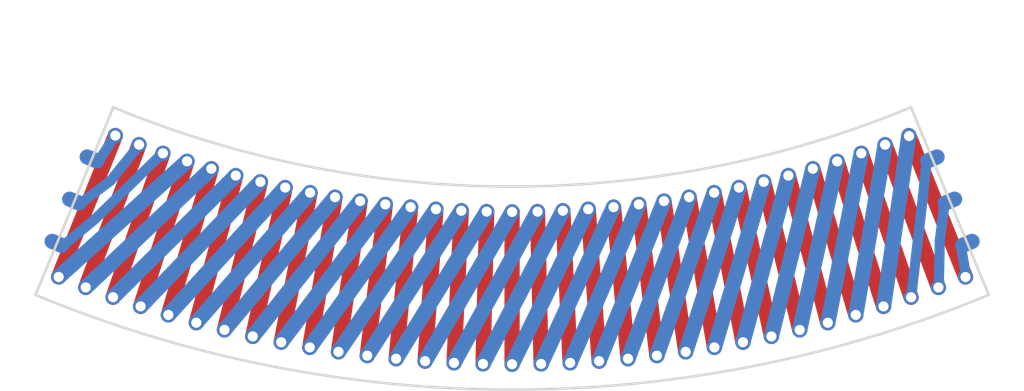
<source format=kicad_pcb>
(kicad_pcb (version 20241229) (generator "pcbnew") (generator_version "9.0")
  (layers (0 "F.Cu" signal) (2 "B.Cu" signal) (13 "F.Paste" user) (15 "B.Paste" user) (5 "F.SilkS" user "F.Silkscreen") (7 "B.SilkS" user "B.Silkscreen") (1 "F.Mask" user) (3 "B.Mask" user) (25 "Edge.Cuts" user))
  (net 0 "")
  (footprint "model_train_footprints:track_connections" (layer "B.Cu") (at 141.217436 98.081501 -22.5)
    (property "Reference" "REF**" (hide yes))
    (property "Value" "track_connections" (hide yes))
    (pad "1" smd oval (at 0 0.9 247.5) (size 0.3 0.5) (layers "B.Cu" "B.Mask" "B.Paste"))
    (pad "2" smd oval (at 0 0 247.5) (size 0.3 0.5) (layers "B.Cu" "B.Mask" "B.Paste"))
    (pad "3" smd oval (at 0 -0.9 247.5) (size 0.3 0.5) (layers "B.Cu" "B.Mask" "B.Paste"))
  )
  (footprint "model_train_footprints:track_connections" (layer "B.Cu") (at 158.438191 98.081501 22.5)
    (property "Reference" "REF**" (hide yes))
    (property "Value" "track_connections" (hide yes))
    (pad "1" smd oval (at 0 0.9 292.5) (size 0.3 0.5) (layers "B.Cu" "B.Mask" "B.Paste"))
    (pad "2" smd oval (at 0 0 292.5) (size 0.3 0.5) (layers "B.Cu" "B.Mask" "B.Paste"))
    (pad "3" smd oval (at 0 -0.9 292.5) (size 0.3 0.5) (layers "B.Cu" "B.Mask" "B.Paste"))
  )
  (gr_line (start 140.908026 99.575087) (end 142.023001 96.789978) (stroke (width 0.3)) (layer "F.Cu"))
  (gr_line (start 148.114946 101.23301) (end 148.329056 98.24066) (stroke (width 0.3)) (layer "F.Cu"))
  (gr_line (start 154.290392 97.814577) (end 154.927902 100.746058) (stroke (width 0.3)) (layer "F.Cu"))
  (gr_line (start 152.319827 98.145827) (end 152.675828 101.124629) (stroke (width 0.3)) (layer "F.Cu"))
  (gr_line (start 151.822958 98.19922) (end 152.107978 101.18565) (stroke (width 0.3)) (layer "F.Cu"))
  (gr_line (start 153.309052 98.003653) (end 153.80637 100.962145) (stroke (width 0.3)) (layer "F.Cu"))
  (gr_line (start 149.827005 98.294211) (end 149.826888 101.294211) (stroke (width 0.3)) (layer "F.Cu"))
  (gr_line (start 157.631126 96.790578) (end 158.745883 99.575774) (stroke (width 0.3)) (layer "F.Cu"))
  (gr_line (start 144.725917 100.745665) (end 145.363655 97.814233) (stroke (width 0.3)) (layer "F.Cu"))
  (gr_line (start 143.911312 97.443529) (end 143.066097 100.322003) (stroke (width 0.3)) (layer "F.Cu"))
  (gr_line (start 150.826112 98.270469) (end 150.968725 101.267078) (stroke (width 0.3)) (layer "F.Cu"))
  (gr_line (start 146.838741 98.080395) (end 146.41173 101.04985) (stroke (width 0.3)) (layer "F.Cu"))
  (gr_line (start 149.255809 101.287394) (end 149.327311 98.288246) (stroke (width 0.3)) (layer "F.Cu"))
  (gr_line (start 152.815286 98.080625) (end 153.242066 101.050113) (stroke (width 0.3)) (layer "F.Cu"))
  (gr_line (start 151.324959 98.240776) (end 151.538836 101.233142) (stroke (width 0.3)) (layer "F.Cu"))
  (gr_line (start 145.847432 100.961838) (end 146.344981 98.003385) (stroke (width 0.3)) (layer "F.Cu"))
  (gr_line (start 142.959379 97.139226) (end 141.978173 99.974228) (stroke (width 0.3)) (layer "F.Cu"))
  (gr_line (start 143.615957 100.476378) (end 144.39244 97.578607) (stroke (width 0.3)) (layer "F.Cu"))
  (gr_line (start 156.694721 97.139755) (end 157.675706 99.974833) (stroke (width 0.3)) (layer "F.Cu"))
  (gr_line (start 147.83106 98.199067) (end 147.545808 101.185474) (stroke (width 0.3)) (layer "F.Cu"))
  (gr_line (start 155.261625 97.579026) (end 156.037883 100.476857) (stroke (width 0.3)) (layer "F.Cu"))
  (gr_line (start 153.800847 97.914953) (end 154.368422 100.860774) (stroke (width 0.3)) (layer "F.Cu"))
  (gr_line (start 143.433535 97.297041) (end 142.520066 100.154588) (stroke (width 0.3)) (layer "F.Cu"))
  (gr_line (start 154.77741 97.70258) (end 155.484494 100.618061) (stroke (width 0.3)) (layer "F.Cu"))
  (gr_line (start 146.977962 101.12441) (end 147.334194 98.145635) (stroke (width 0.3)) (layer "F.Cu"))
  (gr_line (start 148.8279 98.270393) (end 148.685054 101.26699) (stroke (width 0.3)) (layer "F.Cu"))
  (gr_line (start 150.397968 101.287438) (end 150.3267 98.288285) (stroke (width 0.3)) (layer "F.Cu"))
  (gr_line (start 156.220552 97.297533) (end 157.133799 100.155151) (stroke (width 0.3)) (layer "F.Cu"))
  (gr_line (start 155.742763 97.443985) (end 156.587755 100.322524) (stroke (width 0.3)) (layer "F.Cu"))
  (gr_line (start 157.165001 96.970738) (end 158.213169 99.78167) (stroke (width 0.3)) (layer "F.Cu"))
  (gr_line (start 144.876646 97.702199) (end 144.169335 100.617625) (stroke (width 0.3)) (layer "F.Cu"))
  (gr_line (start 142.489112 96.970173) (end 141.440725 99.781024) (stroke (width 0.3)) (layer "F.Cu"))
  (gr_line (start 145.853193 97.914648) (end 145.285389 100.860424) (stroke (width 0.3)) (layer "F.Cu"))
  (gr_line (start 152.675828 101.124629) (end 153.800847 97.914953) (stroke (width 0.3)) (layer "B.Cu"))
  (gr_line (start 148.685054 101.26699) (end 150.3267 98.288285) (stroke (width 0.3)) (layer "B.Cu"))
  (gr_line (start 142.02 96.79) (end 141.71 97.27) (stroke (width 0.2)) (layer "B.Cu"))
  (gr_line (start 142.520066 100.154588) (end 144.876646 97.702199) (stroke (width 0.3)) (layer "B.Cu"))
  (gr_line (start 146.977962 101.12441) (end 148.8279 98.270393) (stroke (width 0.3)) (layer "B.Cu"))
  (gr_line (start 142.49 96.98) (end 141.93 97.68) (stroke (width 0.2)) (layer "B.Cu"))
  (gr_line (start 140.908026 99.575087) (end 143.433535 97.297041) (stroke (width 0.3)) (layer "B.Cu"))
  (gr_line (start 157.68 99.95) (end 157.91 97.98) (stroke (width 0.2)) (layer "B.Cu"))
  (gr_line (start 158.22 99.78) (end 158.24 98.86) (stroke (width 0.2)) (layer "B.Cu"))
  (gr_line (start 157.91 97.98) (end 157.98 97.3) (stroke (width 0.2)) (layer "B.Cu"))
  (gr_line (start 144.725917 100.745665) (end 146.838741 98.080395) (stroke (width 0.3)) (layer "B.Cu"))
  (gr_line (start 143.615957 100.476378) (end 145.853193 97.914648) (stroke (width 0.3)) (layer "B.Cu"))
  (gr_line (start 147.545808 101.185474) (end 149.327311 98.288246) (stroke (width 0.3)) (layer "B.Cu"))
  (gr_line (start 150.397968 101.287438) (end 151.822958 98.19922) (stroke (width 0.3)) (layer "B.Cu"))
  (gr_line (start 145.285389 100.860424) (end 147.334194 98.145635) (stroke (width 0.3)) (layer "B.Cu"))
  (gr_line (start 153.242066 101.050113) (end 154.290392 97.814577) (stroke (width 0.3)) (layer "B.Cu"))
  (gr_line (start 150.968725 101.267078) (end 152.319827 98.145827) (stroke (width 0.3)) (layer "B.Cu"))
  (gr_line (start 146.41173 101.04985) (end 148.329056 98.24066) (stroke (width 0.3)) (layer "B.Cu"))
  (gr_line (start 141.62 98.44) (end 141.04 98.92) (stroke (width 0.2)) (layer "B.Cu"))
  (gr_line (start 155.484494 100.618061) (end 156.220552 97.297533) (stroke (width 0.3)) (layer "B.Cu"))
  (gr_line (start 156.037883 100.476857) (end 156.694721 97.139755) (stroke (width 0.3)) (layer "B.Cu"))
  (gr_line (start 149.255809 101.287394) (end 150.826112 98.270469) (stroke (width 0.3)) (layer "B.Cu"))
  (gr_line (start 145.847432 100.961838) (end 147.83106 98.199067) (stroke (width 0.3)) (layer "B.Cu"))
  (gr_line (start 141.93 97.68) (end 141.32 98.14) (stroke (width 0.2)) (layer "B.Cu"))
  (gr_line (start 144.169335 100.617625) (end 146.344981 98.003385) (stroke (width 0.3)) (layer "B.Cu"))
  (gr_line (start 153.80637 100.962145) (end 154.77741 97.70258) (stroke (width 0.3)) (layer "B.Cu"))
  (gr_line (start 156.587755 100.322524) (end 157.165001 96.970738) (stroke (width 0.3)) (layer "B.Cu"))
  (gr_line (start 154.368422 100.860774) (end 155.261625 97.579026) (stroke (width 0.3)) (layer "B.Cu"))
  (gr_line (start 143.066097 100.322003) (end 145.363655 97.814233) (stroke (width 0.3)) (layer "B.Cu"))
  (gr_line (start 158.76 99.57) (end 158.66 99) (stroke (width 0.2)) (layer "B.Cu"))
  (gr_line (start 158.24 98.86) (end 158.33 98.16) (stroke (width 0.2)) (layer "B.Cu"))
  (gr_line (start 141.978173 99.974228) (end 144.39244 97.578607) (stroke (width 0.3)) (layer "B.Cu"))
  (gr_line (start 152.107978 101.18565) (end 153.309052 98.003653) (stroke (width 0.3)) (layer "B.Cu"))
  (gr_line (start 142.95 97.14) (end 141.62 98.44) (stroke (width 0.2)) (layer "B.Cu"))
  (gr_line (start 157.133799 100.155151) (end 157.631126 96.790578) (stroke (width 0.3)) (layer "B.Cu"))
  (gr_line (start 151.538836 101.233142) (end 152.815286 98.080625) (stroke (width 0.3)) (layer "B.Cu"))
  (gr_line (start 149.826888 101.294211) (end 151.324959 98.240776) (stroke (width 0.3)) (layer "B.Cu"))
  (gr_line (start 148.114946 101.23301) (end 149.827005 98.294211) (stroke (width 0.3)) (layer "B.Cu"))
  (gr_line (start 154.927902 100.746058) (end 155.742763 97.443985) (stroke (width 0.3)) (layer "B.Cu"))
  (gr_line (start 141.440725 99.781024) (end 143.911312 97.443529) (stroke (width 0.3)) (layer "B.Cu"))
  (gr_curve (pts (xy 157.672823 96.233741) (xy 152.649748 98.314367) (xy 147.005878 98.314367) (xy 141.982803 96.233741)) (stroke (width 0.05)) (layer "Edge.Cuts"))
  (gr_line (start 159.203557 99.92926) (end 157.672824 96.233742) (stroke (width 0.05)) (layer "Edge.Cuts"))
  (gr_line (start 141.982803 96.233742) (end 140.452069 99.92926) (stroke (width 0.05)) (layer "Edge.Cuts"))
  (gr_curve (pts (xy 140.452069 99.929259) (xy 146.455257 102.415861) (xy 153.200369 102.415861) (xy 159.203557 99.929259)) (stroke (width 0.05)) (layer "Edge.Cuts"))
  (via (at 142.023001 96.789978) (size 0.3) (drill 0.2) (layers "F.Cu" "B.Cu") (net 0))
  (via (at 157.634897 96.8) (size 0.3) (drill 0.2) (layers "F.Cu" "B.Cu") (net 0))
  (via (at 141.978173 99.974228) (size 0.3) (drill 0.2) (layers "F.Cu" "B.Cu") (net 0))
  (via (at 149.327311 98.288246) (size 0.3) (drill 0.2) (layers "F.Cu" "B.Cu") (net 0))
  (via (at 154.77741 97.70258) (size 0.3) (drill 0.2) (layers "F.Cu" "B.Cu") (net 0))
  (via (at 153.80637 100.962145) (size 0.3) (drill 0.2) (layers "F.Cu" "B.Cu") (net 0))
  (via (at 140.908026 99.575087) (size 0.3) (drill 0.2) (layers "F.Cu" "B.Cu") (net 0))
  (via (at 146.838741 98.080395) (size 0.3) (drill 0.2) (layers "F.Cu" "B.Cu") (net 0))
  (via (at 152.107978 101.18565) (size 0.3) (drill 0.2) (layers "F.Cu" "B.Cu") (net 0))
  (via (at 143.911312 97.443529) (size 0.3) (drill 0.2) (layers "F.Cu" "B.Cu") (net 0))
  (via (at 146.41173 101.04985) (size 0.3) (drill 0.2) (layers "F.Cu" "B.Cu") (net 0))
  (via (at 143.615957 100.476378) (size 0.3) (drill 0.2) (layers "F.Cu" "B.Cu") (net 0))
  (via (at 156.037883 100.476857) (size 0.3) (drill 0.2) (layers "F.Cu" "B.Cu") (net 0))
  (via (at 146.344981 98.003385) (size 0.3) (drill 0.2) (layers "F.Cu" "B.Cu") (net 0))
  (via (at 147.334194 98.145635) (size 0.3) (drill 0.2) (layers "F.Cu" "B.Cu") (net 0))
  (via (at 143.066097 100.322003) (size 0.3) (drill 0.2) (layers "F.Cu" "B.Cu") (net 0))
  (via (at 145.847432 100.961838) (size 0.3) (drill 0.2) (layers "F.Cu" "B.Cu") (net 0))
  (via (at 149.826888 101.294211) (size 0.3) (drill 0.2) (layers "F.Cu" "B.Cu") (net 0))
  (via (at 148.114946 101.23301) (size 0.3) (drill 0.2) (layers "F.Cu" "B.Cu") (net 0))
  (via (at 142.489112 96.970173) (size 0.3) (drill 0.2) (layers "F.Cu" "B.Cu") (net 0))
  (via (at 147.830971 98.2) (size 0.3) (drill 0.2) (layers "F.Cu" "B.Cu") (net 0))
  (via (at 152.675828 101.124629) (size 0.3) (drill 0.2) (layers "F.Cu" "B.Cu") (net 0))
  (via (at 156.587755 100.322524) (size 0.3) (drill 0.2) (layers "F.Cu" "B.Cu") (net 0))
  (via (at 142.520066 100.154588) (size 0.3) (drill 0.2) (layers "F.Cu" "B.Cu") (net 0))
  (via (at 150.3267 98.288285) (size 0.3) (drill 0.2) (layers "F.Cu" "B.Cu") (net 0))
  (via (at 149.255809 101.287394) (size 0.3) (drill 0.2) (layers "F.Cu" "B.Cu") (net 0))
  (via (at 155.742763 97.443985) (size 0.3) (drill 0.2) (layers "F.Cu" "B.Cu") (net 0))
  (via (at 149.827005 98.294211) (size 0.3) (drill 0.2) (layers "F.Cu" "B.Cu") (net 0))
  (via (at 142.959379 97.139226) (size 0.3) (drill 0.2) (layers "F.Cu" "B.Cu") (net 0))
  (via (at 153.800847 97.914953) (size 0.3) (drill 0.2) (layers "F.Cu" "B.Cu") (net 0))
  (via (at 156.22134 97.3) (size 0.3) (drill 0.2) (layers "F.Cu" "B.Cu") (net 0))
  (via (at 153.242066 101.050113) (size 0.3) (drill 0.2) (layers "F.Cu" "B.Cu") (net 0))
  (via (at 144.39244 97.578607) (size 0.3) (drill 0.2) (layers "F.Cu" "B.Cu") (net 0))
  (via (at 145.363655 97.814233) (size 0.3) (drill 0.2) (layers "F.Cu" "B.Cu") (net 0))
  (via (at 155.261625 97.579026) (size 0.3) (drill 0.2) (layers "F.Cu" "B.Cu") (net 0))
  (via (at 158.745883 99.575774) (size 0.3) (drill 0.2) (layers "F.Cu" "B.Cu") (net 0))
  (via (at 154.290392 97.814577) (size 0.3) (drill 0.2) (layers "F.Cu" "B.Cu") (net 0))
  (via (at 148.685054 101.26699) (size 0.3) (drill 0.2) (layers "F.Cu" "B.Cu") (net 0))
  (via (at 145.853193 97.914648) (size 0.3) (drill 0.2) (layers "F.Cu" "B.Cu") (net 0))
  (via (at 144.169335 100.617625) (size 0.3) (drill 0.2) (layers "F.Cu" "B.Cu") (net 0))
  (via (at 143.433535 97.297041) (size 0.3) (drill 0.2) (layers "F.Cu" "B.Cu") (net 0))
  (via (at 144.876646 97.702199) (size 0.3) (drill 0.2) (layers "F.Cu" "B.Cu") (net 0))
  (via (at 141.440725 99.781024) (size 0.3) (drill 0.2) (layers "F.Cu" "B.Cu") (net 0))
  (via (at 157.165001 96.970738) (size 0.3) (drill 0.2) (layers "F.Cu" "B.Cu") (net 0))
  (via (at 147.545808 101.185474) (size 0.3) (drill 0.2) (layers "F.Cu" "B.Cu") (net 0))
  (via (at 144.725917 100.745665) (size 0.3) (drill 0.2) (layers "F.Cu" "B.Cu") (net 0))
  (via (at 145.285389 100.860424) (size 0.3) (drill 0.2) (layers "F.Cu" "B.Cu") (net 0))
  (via (at 150.397968 101.287438) (size 0.3) (drill 0.2) (layers "F.Cu" "B.Cu") (net 0))
  (via (at 157.675706 99.974833) (size 0.3) (drill 0.2) (layers "F.Cu" "B.Cu") (net 0))
  (via (at 151.538836 101.233142) (size 0.3) (drill 0.2) (layers "F.Cu" "B.Cu") (net 0))
  (via (at 146.977962 101.12441) (size 0.3) (drill 0.2) (layers "F.Cu" "B.Cu") (net 0))
  (via (at 152.319827 98.145827) (size 0.3) (drill 0.2) (layers "F.Cu" "B.Cu") (net 0))
  (via (at 151.823032 98.2) (size 0.3) (drill 0.2) (layers "F.Cu" "B.Cu") (net 0))
  (via (at 153.309052 98.003653) (size 0.3) (drill 0.2) (layers "F.Cu" "B.Cu") (net 0))
  (via (at 154.368422 100.860774) (size 0.3) (drill 0.2) (layers "F.Cu" "B.Cu") (net 0))
  (via (at 157.133799 100.155151) (size 0.3) (drill 0.2) (layers "F.Cu" "B.Cu") (net 0))
  (via (at 150.968725 101.267078) (size 0.3) (drill 0.2) (layers "F.Cu" "B.Cu") (net 0))
  (via (at 156.694721 97.139755) (size 0.3) (drill 0.2) (layers "F.Cu" "B.Cu") (net 0))
  (via (at 154.927902 100.746058) (size 0.3) (drill 0.2) (layers "F.Cu" "B.Cu") (net 0))
  (via (at 148.329056 98.24066) (size 0.3) (drill 0.2) (layers "F.Cu" "B.Cu") (net 0))
  (via (at 148.8279 98.270393) (size 0.3) (drill 0.2) (layers "F.Cu" "B.Cu") (net 0))
  (via (at 158.213169 99.78167) (size 0.3) (drill 0.2) (layers "F.Cu" "B.Cu") (net 0))
  (via (at 152.815286 98.080625) (size 0.3) (drill 0.2) (layers "F.Cu" "B.Cu") (net 0))
  (via (at 150.826112 98.270469) (size 0.3) (drill 0.2) (layers "F.Cu" "B.Cu") (net 0))
  (via (at 155.484494 100.618061) (size 0.3) (drill 0.2) (layers "F.Cu" "B.Cu") (net 0))
  (via (at 151.324959 98.240776) (size 0.3) (drill 0.2) (layers "F.Cu" "B.Cu") (net 0))
)
</source>
